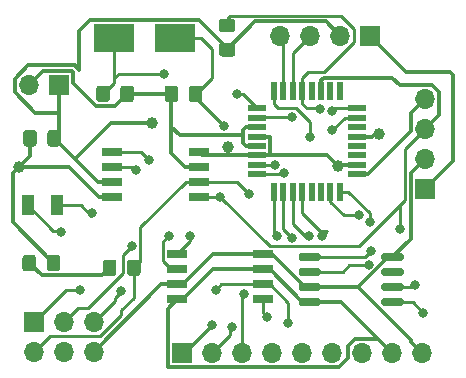
<source format=gtl>
%TF.GenerationSoftware,KiCad,Pcbnew,(5.1.9)-1*%
%TF.CreationDate,2021-04-22T14:42:39+05:30*%
%TF.ProjectId,arduinoclone,61726475-696e-46f6-936c-6f6e652e6b69,v1*%
%TF.SameCoordinates,Original*%
%TF.FileFunction,Copper,L1,Top*%
%TF.FilePolarity,Positive*%
%FSLAX46Y46*%
G04 Gerber Fmt 4.6, Leading zero omitted, Abs format (unit mm)*
G04 Created by KiCad (PCBNEW (5.1.9)-1) date 2021-04-22 14:42:39*
%MOMM*%
%LPD*%
G01*
G04 APERTURE LIST*
%TA.AperFunction,ComponentPad*%
%ADD10R,1.700000X1.700000*%
%TD*%
%TA.AperFunction,ComponentPad*%
%ADD11O,1.700000X1.700000*%
%TD*%
%TA.AperFunction,SMDPad,CuDef*%
%ADD12R,1.700000X0.650000*%
%TD*%
%TA.AperFunction,SMDPad,CuDef*%
%ADD13R,1.000000X1.800000*%
%TD*%
%TA.AperFunction,SMDPad,CuDef*%
%ADD14R,3.500000X2.400000*%
%TD*%
%TA.AperFunction,SMDPad,CuDef*%
%ADD15R,1.600000X0.550000*%
%TD*%
%TA.AperFunction,SMDPad,CuDef*%
%ADD16R,0.550000X1.600000*%
%TD*%
%TA.AperFunction,ViaPad*%
%ADD17C,1.000000*%
%TD*%
%TA.AperFunction,ViaPad*%
%ADD18C,0.800000*%
%TD*%
%TA.AperFunction,Conductor*%
%ADD19C,0.300000*%
%TD*%
%TA.AperFunction,Conductor*%
%ADD20C,0.250000*%
%TD*%
G04 APERTURE END LIST*
%TO.P,U1,1*%
%TO.N,Net-(U1-Pad1)*%
%TA.AperFunction,SMDPad,CuDef*%
G36*
G01*
X145059600Y-97940000D02*
X145059600Y-97640000D01*
G75*
G02*
X145209600Y-97490000I150000J0D01*
G01*
X146809600Y-97490000D01*
G75*
G02*
X146959600Y-97640000I0J-150000D01*
G01*
X146959600Y-97940000D01*
G75*
G02*
X146809600Y-98090000I-150000J0D01*
G01*
X145209600Y-98090000D01*
G75*
G02*
X145059600Y-97940000I0J150000D01*
G01*
G37*
%TD.AperFunction*%
%TO.P,U1,2*%
%TO.N,Net-(U1-Pad2)*%
%TA.AperFunction,SMDPad,CuDef*%
G36*
G01*
X145059600Y-99210000D02*
X145059600Y-98910000D01*
G75*
G02*
X145209600Y-98760000I150000J0D01*
G01*
X146809600Y-98760000D01*
G75*
G02*
X146959600Y-98910000I0J-150000D01*
G01*
X146959600Y-99210000D01*
G75*
G02*
X146809600Y-99360000I-150000J0D01*
G01*
X145209600Y-99360000D01*
G75*
G02*
X145059600Y-99210000I0J150000D01*
G01*
G37*
%TD.AperFunction*%
%TO.P,U1,3*%
%TO.N,/VCC*%
%TA.AperFunction,SMDPad,CuDef*%
G36*
G01*
X145059600Y-100480000D02*
X145059600Y-100180000D01*
G75*
G02*
X145209600Y-100030000I150000J0D01*
G01*
X146809600Y-100030000D01*
G75*
G02*
X146959600Y-100180000I0J-150000D01*
G01*
X146959600Y-100480000D01*
G75*
G02*
X146809600Y-100630000I-150000J0D01*
G01*
X145209600Y-100630000D01*
G75*
G02*
X145059600Y-100480000I0J150000D01*
G01*
G37*
%TD.AperFunction*%
%TO.P,U1,4*%
%TO.N,GNDPWR*%
%TA.AperFunction,SMDPad,CuDef*%
G36*
G01*
X145059600Y-101750000D02*
X145059600Y-101450000D01*
G75*
G02*
X145209600Y-101300000I150000J0D01*
G01*
X146809600Y-101300000D01*
G75*
G02*
X146959600Y-101450000I0J-150000D01*
G01*
X146959600Y-101750000D01*
G75*
G02*
X146809600Y-101900000I-150000J0D01*
G01*
X145209600Y-101900000D01*
G75*
G02*
X145059600Y-101750000I0J150000D01*
G01*
G37*
%TD.AperFunction*%
%TO.P,U1,5*%
%TO.N,/SDA*%
%TA.AperFunction,SMDPad,CuDef*%
G36*
G01*
X152059600Y-101750000D02*
X152059600Y-101450000D01*
G75*
G02*
X152209600Y-101300000I150000J0D01*
G01*
X153809600Y-101300000D01*
G75*
G02*
X153959600Y-101450000I0J-150000D01*
G01*
X153959600Y-101750000D01*
G75*
G02*
X153809600Y-101900000I-150000J0D01*
G01*
X152209600Y-101900000D01*
G75*
G02*
X152059600Y-101750000I0J150000D01*
G01*
G37*
%TD.AperFunction*%
%TO.P,U1,6*%
%TO.N,/SCK*%
%TA.AperFunction,SMDPad,CuDef*%
G36*
G01*
X152059600Y-100480000D02*
X152059600Y-100180000D01*
G75*
G02*
X152209600Y-100030000I150000J0D01*
G01*
X153809600Y-100030000D01*
G75*
G02*
X153959600Y-100180000I0J-150000D01*
G01*
X153959600Y-100480000D01*
G75*
G02*
X153809600Y-100630000I-150000J0D01*
G01*
X152209600Y-100630000D01*
G75*
G02*
X152059600Y-100480000I0J150000D01*
G01*
G37*
%TD.AperFunction*%
%TO.P,U1,7*%
%TO.N,Net-(U1-Pad7)*%
%TA.AperFunction,SMDPad,CuDef*%
G36*
G01*
X152059600Y-99210000D02*
X152059600Y-98910000D01*
G75*
G02*
X152209600Y-98760000I150000J0D01*
G01*
X153809600Y-98760000D01*
G75*
G02*
X153959600Y-98910000I0J-150000D01*
G01*
X153959600Y-99210000D01*
G75*
G02*
X153809600Y-99360000I-150000J0D01*
G01*
X152209600Y-99360000D01*
G75*
G02*
X152059600Y-99210000I0J150000D01*
G01*
G37*
%TD.AperFunction*%
%TO.P,U1,8*%
%TO.N,/VCC*%
%TA.AperFunction,SMDPad,CuDef*%
G36*
G01*
X152059600Y-97940000D02*
X152059600Y-97640000D01*
G75*
G02*
X152209600Y-97490000I150000J0D01*
G01*
X153809600Y-97490000D01*
G75*
G02*
X153959600Y-97640000I0J-150000D01*
G01*
X153959600Y-97940000D01*
G75*
G02*
X153809600Y-98090000I-150000J0D01*
G01*
X152209600Y-98090000D01*
G75*
G02*
X152059600Y-97940000I0J150000D01*
G01*
G37*
%TD.AperFunction*%
%TD*%
D10*
%TO.P,BT1,1*%
%TO.N,/VCC*%
X124764800Y-83261200D03*
D11*
%TO.P,BT1,2*%
%TO.N,GNDPWR*%
X122224800Y-83261200D03*
%TD*%
%TO.P,C1,2*%
%TO.N,GNDPWR*%
%TA.AperFunction,SMDPad,CuDef*%
G36*
G01*
X129981000Y-84422401D02*
X129981000Y-83522399D01*
G75*
G02*
X130230999Y-83272400I249999J0D01*
G01*
X130881001Y-83272400D01*
G75*
G02*
X131131000Y-83522399I0J-249999D01*
G01*
X131131000Y-84422401D01*
G75*
G02*
X130881001Y-84672400I-249999J0D01*
G01*
X130230999Y-84672400D01*
G75*
G02*
X129981000Y-84422401I0J249999D01*
G01*
G37*
%TD.AperFunction*%
%TO.P,C1,1*%
%TO.N,Net-(C1-Pad1)*%
%TA.AperFunction,SMDPad,CuDef*%
G36*
G01*
X127931000Y-84422401D02*
X127931000Y-83522399D01*
G75*
G02*
X128180999Y-83272400I249999J0D01*
G01*
X128831001Y-83272400D01*
G75*
G02*
X129081000Y-83522399I0J-249999D01*
G01*
X129081000Y-84422401D01*
G75*
G02*
X128831001Y-84672400I-249999J0D01*
G01*
X128180999Y-84672400D01*
G75*
G02*
X127931000Y-84422401I0J249999D01*
G01*
G37*
%TD.AperFunction*%
%TD*%
%TO.P,C2,1*%
%TO.N,Net-(C2-Pad1)*%
%TA.AperFunction,SMDPad,CuDef*%
G36*
G01*
X136922200Y-83522399D02*
X136922200Y-84422401D01*
G75*
G02*
X136672201Y-84672400I-249999J0D01*
G01*
X136022199Y-84672400D01*
G75*
G02*
X135772200Y-84422401I0J249999D01*
G01*
X135772200Y-83522399D01*
G75*
G02*
X136022199Y-83272400I249999J0D01*
G01*
X136672201Y-83272400D01*
G75*
G02*
X136922200Y-83522399I0J-249999D01*
G01*
G37*
%TD.AperFunction*%
%TO.P,C2,2*%
%TO.N,GNDPWR*%
%TA.AperFunction,SMDPad,CuDef*%
G36*
G01*
X134872200Y-83522399D02*
X134872200Y-84422401D01*
G75*
G02*
X134622201Y-84672400I-249999J0D01*
G01*
X133972199Y-84672400D01*
G75*
G02*
X133722200Y-84422401I0J249999D01*
G01*
X133722200Y-83522399D01*
G75*
G02*
X133972199Y-83272400I249999J0D01*
G01*
X134622201Y-83272400D01*
G75*
G02*
X134872200Y-83522399I0J-249999D01*
G01*
G37*
%TD.AperFunction*%
%TD*%
%TO.P,C3,1*%
%TO.N,/VCC*%
%TA.AperFunction,SMDPad,CuDef*%
G36*
G01*
X124942400Y-87281599D02*
X124942400Y-88181601D01*
G75*
G02*
X124692401Y-88431600I-249999J0D01*
G01*
X124042399Y-88431600D01*
G75*
G02*
X123792400Y-88181601I0J249999D01*
G01*
X123792400Y-87281599D01*
G75*
G02*
X124042399Y-87031600I249999J0D01*
G01*
X124692401Y-87031600D01*
G75*
G02*
X124942400Y-87281599I0J-249999D01*
G01*
G37*
%TD.AperFunction*%
%TO.P,C3,2*%
%TO.N,GNDPWR*%
%TA.AperFunction,SMDPad,CuDef*%
G36*
G01*
X122892400Y-87281599D02*
X122892400Y-88181601D01*
G75*
G02*
X122642401Y-88431600I-249999J0D01*
G01*
X121992399Y-88431600D01*
G75*
G02*
X121742400Y-88181601I0J249999D01*
G01*
X121742400Y-87281599D01*
G75*
G02*
X121992399Y-87031600I249999J0D01*
G01*
X122642401Y-87031600D01*
G75*
G02*
X122892400Y-87281599I0J-249999D01*
G01*
G37*
%TD.AperFunction*%
%TD*%
%TO.P,D1,1*%
%TO.N,Net-(D1-Pad1)*%
%TA.AperFunction,SMDPad,CuDef*%
G36*
G01*
X128489800Y-99154401D02*
X128489800Y-98254399D01*
G75*
G02*
X128739799Y-98004400I249999J0D01*
G01*
X129389801Y-98004400D01*
G75*
G02*
X129639800Y-98254399I0J-249999D01*
G01*
X129639800Y-99154401D01*
G75*
G02*
X129389801Y-99404400I-249999J0D01*
G01*
X128739799Y-99404400D01*
G75*
G02*
X128489800Y-99154401I0J249999D01*
G01*
G37*
%TD.AperFunction*%
%TO.P,D1,2*%
%TO.N,/SCK*%
%TA.AperFunction,SMDPad,CuDef*%
G36*
G01*
X130539800Y-99154401D02*
X130539800Y-98254399D01*
G75*
G02*
X130789799Y-98004400I249999J0D01*
G01*
X131439801Y-98004400D01*
G75*
G02*
X131689800Y-98254399I0J-249999D01*
G01*
X131689800Y-99154401D01*
G75*
G02*
X131439801Y-99404400I-249999J0D01*
G01*
X130789799Y-99404400D01*
G75*
G02*
X130539800Y-99154401I0J249999D01*
G01*
G37*
%TD.AperFunction*%
%TD*%
D10*
%TO.P,J1,1*%
%TO.N,/MISO*%
X122631200Y-103276400D03*
D11*
%TO.P,J1,2*%
%TO.N,/SCK*%
X122631200Y-105816400D03*
%TO.P,J1,3*%
%TO.N,/RESET*%
X125171200Y-103276400D03*
%TO.P,J1,4*%
%TO.N,GNDPWR*%
X125171200Y-105816400D03*
%TO.P,J1,5*%
%TO.N,/MOSI*%
X127711200Y-103276400D03*
%TO.P,J1,6*%
%TO.N,/VCC*%
X127711200Y-105816400D03*
%TD*%
D10*
%TO.P,J2,1*%
%TO.N,/D2*%
X135178800Y-105918000D03*
D11*
%TO.P,J2,2*%
%TO.N,/D3*%
X137718800Y-105918000D03*
%TO.P,J2,3*%
%TO.N,/D4*%
X140258800Y-105918000D03*
%TO.P,J2,4*%
%TO.N,/D5*%
X142798800Y-105918000D03*
%TO.P,J2,5*%
%TO.N,/D6*%
X145338800Y-105918000D03*
%TO.P,J2,6*%
%TO.N,/D7*%
X147878800Y-105918000D03*
%TO.P,J2,7*%
%TO.N,/D8*%
X150418800Y-105918000D03*
%TO.P,J2,8*%
%TO.N,GNDPWR*%
X152958800Y-105918000D03*
%TO.P,J2,9*%
%TO.N,/VCC*%
X155498800Y-105918000D03*
%TD*%
%TO.P,J3,4*%
%TO.N,/TX*%
X143510000Y-79044800D03*
%TO.P,J3,3*%
%TO.N,/RX*%
X146050000Y-79044800D03*
%TO.P,J3,2*%
%TO.N,/VCC*%
X148590000Y-79044800D03*
D10*
%TO.P,J3,1*%
%TO.N,GNDPWR*%
X151130000Y-79044800D03*
%TD*%
%TO.P,J4,1*%
%TO.N,GNDPWR*%
X155752800Y-92049600D03*
D11*
%TO.P,J4,2*%
%TO.N,/VCC*%
X155752800Y-89509600D03*
%TO.P,J4,3*%
%TO.N,/SDA*%
X155752800Y-86969600D03*
%TO.P,J4,4*%
%TO.N,/SCK*%
X155752800Y-84429600D03*
%TD*%
%TO.P,R1,1*%
%TO.N,Net-(D1-Pad1)*%
%TA.AperFunction,SMDPad,CuDef*%
G36*
G01*
X121682600Y-98748001D02*
X121682600Y-97847999D01*
G75*
G02*
X121932599Y-97598000I249999J0D01*
G01*
X122582601Y-97598000D01*
G75*
G02*
X122832600Y-97847999I0J-249999D01*
G01*
X122832600Y-98748001D01*
G75*
G02*
X122582601Y-98998000I-249999J0D01*
G01*
X121932599Y-98998000D01*
G75*
G02*
X121682600Y-98748001I0J249999D01*
G01*
G37*
%TD.AperFunction*%
%TO.P,R1,2*%
%TO.N,GNDPWR*%
%TA.AperFunction,SMDPad,CuDef*%
G36*
G01*
X123732600Y-98748001D02*
X123732600Y-97847999D01*
G75*
G02*
X123982599Y-97598000I249999J0D01*
G01*
X124632601Y-97598000D01*
G75*
G02*
X124882600Y-97847999I0J-249999D01*
G01*
X124882600Y-98748001D01*
G75*
G02*
X124632601Y-98998000I-249999J0D01*
G01*
X123982599Y-98998000D01*
G75*
G02*
X123732600Y-98748001I0J249999D01*
G01*
G37*
%TD.AperFunction*%
%TD*%
%TO.P,R2,2*%
%TO.N,/VCC*%
%TA.AperFunction,SMDPad,CuDef*%
G36*
G01*
X138564199Y-79663600D02*
X139464201Y-79663600D01*
G75*
G02*
X139714200Y-79913599I0J-249999D01*
G01*
X139714200Y-80563601D01*
G75*
G02*
X139464201Y-80813600I-249999J0D01*
G01*
X138564199Y-80813600D01*
G75*
G02*
X138314200Y-80563601I0J249999D01*
G01*
X138314200Y-79913599D01*
G75*
G02*
X138564199Y-79663600I249999J0D01*
G01*
G37*
%TD.AperFunction*%
%TO.P,R2,1*%
%TO.N,/RESET*%
%TA.AperFunction,SMDPad,CuDef*%
G36*
G01*
X138564199Y-77613600D02*
X139464201Y-77613600D01*
G75*
G02*
X139714200Y-77863599I0J-249999D01*
G01*
X139714200Y-78513601D01*
G75*
G02*
X139464201Y-78763600I-249999J0D01*
G01*
X138564199Y-78763600D01*
G75*
G02*
X138314200Y-78513601I0J249999D01*
G01*
X138314200Y-77863599D01*
G75*
G02*
X138564199Y-77613600I249999J0D01*
G01*
G37*
%TD.AperFunction*%
%TD*%
D12*
%TO.P,U2,8*%
%TO.N,/VCC*%
X136593600Y-88874600D03*
%TO.P,U2,7*%
%TO.N,GNDPWR*%
X136593600Y-90144600D03*
%TO.P,U2,6*%
%TO.N,/SCK*%
X136593600Y-91414600D03*
%TO.P,U2,5*%
%TO.N,/SDA*%
X136593600Y-92684600D03*
%TO.P,U2,4*%
%TO.N,GNDPWR*%
X129293600Y-92684600D03*
%TO.P,U2,3*%
%TO.N,/VCC*%
X129293600Y-91414600D03*
%TO.P,U2,2*%
%TO.N,/ADDS2*%
X129293600Y-90144600D03*
%TO.P,U2,1*%
%TO.N,/ADDS1*%
X129293600Y-88874600D03*
%TD*%
%TO.P,U3,1*%
%TO.N,/ADDS1*%
X134780000Y-97561400D03*
%TO.P,U3,2*%
%TO.N,/ADDS2*%
X134780000Y-98831400D03*
%TO.P,U3,3*%
%TO.N,/VCC*%
X134780000Y-100101400D03*
%TO.P,U3,4*%
%TO.N,GNDPWR*%
X134780000Y-101371400D03*
%TO.P,U3,5*%
%TO.N,/SDA*%
X142080000Y-101371400D03*
%TO.P,U3,6*%
%TO.N,/SCK*%
X142080000Y-100101400D03*
%TO.P,U3,7*%
%TO.N,GNDPWR*%
X142080000Y-98831400D03*
%TO.P,U3,8*%
%TO.N,/VCC*%
X142080000Y-97561400D03*
%TD*%
D13*
%TO.P,Y1,1*%
%TO.N,Net-(U1-Pad2)*%
X122143200Y-93421200D03*
%TO.P,Y1,2*%
%TO.N,Net-(U1-Pad1)*%
X124643200Y-93421200D03*
%TD*%
D14*
%TO.P,Y2,1*%
%TO.N,Net-(C2-Pad1)*%
X134620000Y-79248000D03*
%TO.P,Y2,2*%
%TO.N,Net-(C1-Pad1)*%
X129420000Y-79248000D03*
%TD*%
D15*
%TO.P,U4,1*%
%TO.N,/D3*%
X141512400Y-85192000D03*
%TO.P,U4,2*%
%TO.N,/D4*%
X141512400Y-85992000D03*
%TO.P,U4,3*%
%TO.N,GNDPWR*%
X141512400Y-86792000D03*
%TO.P,U4,4*%
%TO.N,/VCC*%
X141512400Y-87592000D03*
%TO.P,U4,5*%
%TO.N,GNDPWR*%
X141512400Y-88392000D03*
%TO.P,U4,6*%
%TO.N,/VCC*%
X141512400Y-89192000D03*
%TO.P,U4,7*%
%TO.N,Net-(C1-Pad1)*%
X141512400Y-89992000D03*
%TO.P,U4,8*%
%TO.N,Net-(C2-Pad1)*%
X141512400Y-90792000D03*
D16*
%TO.P,U4,9*%
%TO.N,/D5*%
X142962400Y-92242000D03*
%TO.P,U4,10*%
%TO.N,/D6*%
X143762400Y-92242000D03*
%TO.P,U4,11*%
%TO.N,/D7*%
X144562400Y-92242000D03*
%TO.P,U4,12*%
%TO.N,/D8*%
X145362400Y-92242000D03*
%TO.P,U4,13*%
%TO.N,Net-(U4-Pad13)*%
X146162400Y-92242000D03*
%TO.P,U4,14*%
%TO.N,Net-(U4-Pad14)*%
X146962400Y-92242000D03*
%TO.P,U4,15*%
%TO.N,/MOSI*%
X147762400Y-92242000D03*
%TO.P,U4,16*%
%TO.N,/MISO*%
X148562400Y-92242000D03*
D15*
%TO.P,U4,17*%
%TO.N,/SCK*%
X150012400Y-90792000D03*
%TO.P,U4,18*%
%TO.N,/VCC*%
X150012400Y-89992000D03*
%TO.P,U4,19*%
%TO.N,Net-(U4-Pad19)*%
X150012400Y-89192000D03*
%TO.P,U4,20*%
%TO.N,/VCC*%
X150012400Y-88392000D03*
%TO.P,U4,21*%
%TO.N,GNDPWR*%
X150012400Y-87592000D03*
%TO.P,U4,22*%
%TO.N,Net-(U4-Pad22)*%
X150012400Y-86792000D03*
%TO.P,U4,23*%
%TO.N,/ADDS1*%
X150012400Y-85992000D03*
%TO.P,U4,24*%
%TO.N,/ADDS2*%
X150012400Y-85192000D03*
D16*
%TO.P,U4,25*%
%TO.N,Net-(U4-Pad25)*%
X148562400Y-83742000D03*
%TO.P,U4,26*%
%TO.N,Net-(U4-Pad26)*%
X147762400Y-83742000D03*
%TO.P,U4,27*%
%TO.N,/SDA*%
X146962400Y-83742000D03*
%TO.P,U4,28*%
%TO.N,Net-(U4-Pad28)*%
X146162400Y-83742000D03*
%TO.P,U4,29*%
%TO.N,/RESET*%
X145362400Y-83742000D03*
%TO.P,U4,30*%
%TO.N,/RX*%
X144562400Y-83742000D03*
%TO.P,U4,31*%
%TO.N,/TX*%
X143762400Y-83742000D03*
%TO.P,U4,32*%
%TO.N,/D2*%
X142962400Y-83742000D03*
%TD*%
D17*
%TO.N,/VCC*%
X148361400Y-90043000D03*
X132613400Y-86410800D03*
X139065000Y-88442800D03*
%TO.N,GNDPWR*%
X151892000Y-87376000D03*
X121374801Y-90158201D03*
D18*
%TO.N,Net-(C1-Pad1)*%
X133687200Y-82252200D03*
X143078200Y-89966800D03*
%TO.N,Net-(C2-Pad1)*%
X138785600Y-86725601D03*
X143799034Y-90659910D03*
%TO.N,/SCK*%
X154914600Y-100152200D03*
X144145000Y-103352600D03*
X138049000Y-100558600D03*
X140868400Y-92456000D03*
%TO.N,/MISO*%
X151104600Y-94843600D03*
X126542800Y-100558600D03*
%TO.N,/RESET*%
X146862800Y-85293200D03*
X130941409Y-96875600D03*
%TO.N,/MOSI*%
X130048000Y-100685600D03*
X150190200Y-94234000D03*
%TO.N,/D2*%
X145999200Y-87630000D03*
X137769600Y-103530400D03*
%TO.N,/D3*%
X139446000Y-103733600D03*
X139890001Y-84010001D03*
%TO.N,/D4*%
X140411200Y-100888800D03*
X144526000Y-85902800D03*
%TO.N,/D5*%
X143230600Y-95986600D03*
%TO.N,/D6*%
X144526000Y-96139000D03*
%TO.N,/D7*%
X145948400Y-95968599D03*
%TO.N,/D8*%
X147040600Y-95968599D03*
%TO.N,/SDA*%
X142417800Y-102895400D03*
X155639600Y-102495401D03*
X138430000Y-92684600D03*
X153619200Y-95453200D03*
%TO.N,Net-(U1-Pad1)*%
X127558800Y-94081600D03*
X151180800Y-97282000D03*
%TO.N,Net-(U1-Pad2)*%
X124917200Y-95707200D03*
X151028400Y-98501200D03*
%TO.N,/ADDS2*%
X131318000Y-90424000D03*
X134061200Y-95968599D03*
X147878800Y-85394800D03*
%TO.N,/ADDS1*%
X132435600Y-89611200D03*
X135890000Y-95968599D03*
X147878800Y-87071200D03*
%TD*%
D19*
%TO.N,/VCC*%
X124764800Y-87334200D02*
X124367400Y-87731600D01*
X133426200Y-100101400D02*
X134780000Y-100101400D01*
X127711200Y-105816400D02*
X133426200Y-100101400D01*
X154552799Y-90709601D02*
X155752800Y-89509600D01*
X155498800Y-105918000D02*
X154552799Y-104971999D01*
X150012400Y-89992000D02*
X148589800Y-89992000D01*
X148412400Y-89992000D02*
X148361400Y-90043000D01*
X148589800Y-89992000D02*
X148412400Y-89992000D01*
X129293600Y-91414600D02*
X128050400Y-91414600D01*
X136911000Y-89192000D02*
X136593600Y-88874600D01*
X148361400Y-90043000D02*
X147510400Y-89192000D01*
X142853876Y-97561400D02*
X142080000Y-97561400D01*
X145622476Y-100330000D02*
X142853876Y-97561400D01*
X146009600Y-100330000D02*
X145622476Y-100330000D01*
X152622476Y-97790000D02*
X153009600Y-97790000D01*
X150082476Y-100330000D02*
X152622476Y-97790000D01*
X146009600Y-100330000D02*
X150082476Y-100330000D01*
X135315002Y-100101400D02*
X134780000Y-100101400D01*
X137855002Y-97561400D02*
X135315002Y-100101400D01*
X142080000Y-97561400D02*
X137855002Y-97561400D01*
X141408001Y-77844799D02*
X139014200Y-80238600D01*
X147389999Y-77844799D02*
X141408001Y-77844799D01*
X148590000Y-79044800D02*
X147389999Y-77844799D01*
X142684600Y-87664200D02*
X142684600Y-89192000D01*
X142612400Y-87592000D02*
X142684600Y-87664200D01*
X141512400Y-87592000D02*
X142612400Y-87592000D01*
X142684600Y-89192000D02*
X141512400Y-89192000D01*
X147510400Y-89192000D02*
X142684600Y-89192000D01*
X122785598Y-85598000D02*
X124764800Y-85598000D01*
X121024799Y-83837201D02*
X122785598Y-85598000D01*
X126101911Y-81561189D02*
X122148809Y-81561189D01*
X126464811Y-81924089D02*
X126101911Y-81561189D01*
X121024799Y-82685199D02*
X121024799Y-83837201D01*
X136650001Y-77697999D02*
X127389999Y-77697999D01*
X122148809Y-81561189D02*
X121024799Y-82685199D01*
X139014200Y-80238600D02*
X139014200Y-80062198D01*
X127389999Y-77697999D02*
X126464811Y-78623187D01*
X124764800Y-85598000D02*
X124764800Y-87334200D01*
X126464811Y-78623187D02*
X126464811Y-81924089D01*
X139014200Y-80062198D02*
X136650001Y-77697999D01*
X124764800Y-83261200D02*
X124764800Y-85598000D01*
X126128200Y-89492400D02*
X129209800Y-86410800D01*
X128050400Y-91414600D02*
X126128200Y-89492400D01*
X126128200Y-89492400D02*
X124367400Y-87731600D01*
X129209800Y-86410800D02*
X132613400Y-86410800D01*
X139103000Y-88480800D02*
X139065000Y-88442800D01*
X139103000Y-89192000D02*
X139103000Y-88480800D01*
X141512400Y-89192000D02*
X139103000Y-89192000D01*
X139103000Y-89192000D02*
X136911000Y-89192000D01*
X154552799Y-96246801D02*
X153009600Y-97790000D01*
X154552799Y-90709601D02*
X154552799Y-96246801D01*
X154552799Y-104800323D02*
X150082476Y-100330000D01*
X154552799Y-104971999D02*
X154552799Y-104800323D01*
%TO.N,GNDPWR*%
X151130000Y-79044800D02*
X154178000Y-82092800D01*
X154178000Y-82092800D02*
X157886400Y-82092800D01*
X157886400Y-82092800D02*
X158165800Y-82372200D01*
X158165800Y-89636600D02*
X155752800Y-92049600D01*
X158165800Y-82372200D02*
X158165800Y-89636600D01*
X150012400Y-87592000D02*
X151320400Y-87592000D01*
X151320400Y-87592000D02*
X151511000Y-87401400D01*
X151536400Y-87376000D02*
X151892000Y-87376000D01*
X151511000Y-87401400D02*
X151536400Y-87376000D01*
X122317400Y-89215602D02*
X121374801Y-90158201D01*
X122317400Y-87731600D02*
X122317400Y-89215602D01*
X120874802Y-90658200D02*
X121374801Y-90158201D01*
X120874802Y-94865202D02*
X120874802Y-90658200D01*
X124307600Y-98298000D02*
X120874802Y-94865202D01*
X125617201Y-90158201D02*
X121374801Y-90158201D01*
X128143600Y-92684600D02*
X125617201Y-90158201D01*
X129293600Y-92684600D02*
X128143600Y-92684600D01*
X134297200Y-83972400D02*
X130556000Y-83972400D01*
X123424801Y-82061199D02*
X122224800Y-83261200D01*
X125894801Y-82061199D02*
X123424801Y-82061199D01*
X125964801Y-82131199D02*
X125894801Y-82061199D01*
X125964801Y-83054747D02*
X125964801Y-82131199D01*
X127932464Y-85022410D02*
X125964801Y-83054747D01*
X129505990Y-85022410D02*
X127932464Y-85022410D01*
X130556000Y-83972400D02*
X129505990Y-85022410D01*
X135443600Y-90144600D02*
X134297200Y-88998200D01*
X136593600Y-90144600D02*
X135443600Y-90144600D01*
X140607398Y-88392000D02*
X141512400Y-88392000D01*
X140362399Y-88147001D02*
X140607398Y-88392000D01*
X140607398Y-86792000D02*
X140362399Y-87036999D01*
X141512400Y-86792000D02*
X140607398Y-86792000D01*
X134988401Y-87475601D02*
X134297200Y-86784400D01*
X140362399Y-87475601D02*
X134988401Y-87475601D01*
X134297200Y-86784400D02*
X134297200Y-83972400D01*
X140362399Y-87036999D02*
X140362399Y-87475601D01*
X134297200Y-88998200D02*
X134297200Y-86784400D01*
X140362399Y-87475601D02*
X140362399Y-88147001D01*
X142615002Y-98831400D02*
X142080000Y-98831400D01*
X145383602Y-101600000D02*
X142615002Y-98831400D01*
X146009600Y-101600000D02*
X145383602Y-101600000D01*
X135315002Y-101371400D02*
X134780000Y-101371400D01*
X137855002Y-98831400D02*
X135315002Y-101371400D01*
X142080000Y-98831400D02*
X137855002Y-98831400D01*
X148640800Y-101600000D02*
X146009600Y-101600000D01*
X152958800Y-105918000D02*
X148640800Y-101600000D01*
X149842799Y-104717999D02*
X151758799Y-104717999D01*
X149218799Y-105341999D02*
X149842799Y-104717999D01*
X149218799Y-106354003D02*
X149218799Y-105341999D01*
X148454801Y-107118001D02*
X149218799Y-106354003D01*
X151758799Y-104717999D02*
X152958800Y-105918000D01*
X134048799Y-107118001D02*
X148454801Y-107118001D01*
X133978799Y-107048001D02*
X134048799Y-107118001D01*
X133978799Y-102172601D02*
X133978799Y-107048001D01*
X134780000Y-101371400D02*
X133978799Y-102172601D01*
D20*
%TO.N,Net-(C1-Pad1)*%
X129420000Y-83058400D02*
X128506000Y-83972400D01*
X129837800Y-82252200D02*
X129420000Y-82670000D01*
X133687200Y-82252200D02*
X129837800Y-82252200D01*
X129420000Y-82670000D02*
X129420000Y-83058400D01*
X129420000Y-79248000D02*
X129420000Y-82670000D01*
X141537600Y-89966800D02*
X141512400Y-89992000D01*
X143078200Y-89966800D02*
X141537600Y-89966800D01*
%TO.N,Net-(C2-Pad1)*%
X134620000Y-79248000D02*
X136804400Y-79248000D01*
X136804400Y-79248000D02*
X137718800Y-80162400D01*
X137718800Y-82600800D02*
X136347200Y-83972400D01*
X137718800Y-80162400D02*
X137718800Y-82600800D01*
X136347200Y-83972400D02*
X136347200Y-84328000D01*
X138744801Y-86725601D02*
X138785600Y-86725601D01*
X136347200Y-84328000D02*
X138744801Y-86725601D01*
X143666944Y-90792000D02*
X141512400Y-90792000D01*
X143799034Y-90659910D02*
X143666944Y-90792000D01*
D19*
%TO.N,Net-(D1-Pad1)*%
X128421190Y-99348010D02*
X129064800Y-98704400D01*
X123307610Y-99348010D02*
X128421190Y-99348010D01*
X122257600Y-98298000D02*
X123307610Y-99348010D01*
%TO.N,/SCK*%
X154552799Y-85629601D02*
X155752800Y-84429600D01*
X154552799Y-87156603D02*
X154552799Y-85629601D01*
X150917402Y-90792000D02*
X154552799Y-87156603D01*
X150012400Y-90792000D02*
X150917402Y-90792000D01*
D20*
X128275201Y-104451401D02*
X130048000Y-102678602D01*
X123996199Y-104451401D02*
X128275201Y-104451401D01*
X122631200Y-105816400D02*
X123996199Y-104451401D01*
X130048000Y-102678602D02*
X130048000Y-102285800D01*
X131114800Y-101219000D02*
X131114800Y-98704400D01*
X130048000Y-102285800D02*
X131114800Y-101219000D01*
X135493600Y-91414600D02*
X136593600Y-91414600D01*
X131666409Y-95241791D02*
X135493600Y-91414600D01*
X131666409Y-98152791D02*
X131666409Y-95241791D01*
X131114800Y-98704400D02*
X131666409Y-98152791D01*
X153009600Y-100330000D02*
X154736800Y-100330000D01*
X154736800Y-100330000D02*
X154914600Y-100152200D01*
X142605000Y-100101400D02*
X144145000Y-101641400D01*
X142080000Y-100101400D02*
X142605000Y-100101400D01*
X144145000Y-101641400D02*
X144145000Y-103352600D01*
X142080000Y-100101400D02*
X138506200Y-100101400D01*
X138023600Y-100584000D02*
X138049000Y-100558600D01*
X138506200Y-100101400D02*
X138049000Y-100558600D01*
X139827000Y-91414600D02*
X136593600Y-91414600D01*
X140868400Y-92456000D02*
X139827000Y-91414600D01*
%TO.N,/MISO*%
X122631200Y-103276400D02*
X125349000Y-100558600D01*
X125349000Y-100558600D02*
X126542800Y-100558600D01*
X149271202Y-92242000D02*
X151104600Y-94075398D01*
X148562400Y-92242000D02*
X149271202Y-92242000D01*
X151104600Y-94075398D02*
X151104600Y-94843600D01*
%TO.N,/RESET*%
X145362400Y-82628000D02*
X145362400Y-83742000D01*
X145873411Y-82116989D02*
X145362400Y-82628000D01*
X147256813Y-82116989D02*
X145873411Y-82116989D01*
X149765001Y-78480799D02*
X149765001Y-79608801D01*
X149765001Y-79608801D02*
X147256813Y-82116989D01*
X148653991Y-77369789D02*
X149765001Y-78480799D01*
X139258011Y-77369789D02*
X148653991Y-77369789D01*
X139014200Y-77613600D02*
X139258011Y-77369789D01*
X139014200Y-78188600D02*
X139014200Y-77613600D01*
X145362400Y-84792000D02*
X145762000Y-85191600D01*
X145362400Y-83742000D02*
X145362400Y-84792000D01*
X145762000Y-85191600D02*
X146812000Y-85191600D01*
X146812000Y-85242400D02*
X146862800Y-85293200D01*
X146812000Y-85191600D02*
X146812000Y-85242400D01*
X130214790Y-97602219D02*
X130941409Y-96875600D01*
X127255991Y-102101399D02*
X130214790Y-99142600D01*
X130214790Y-99142600D02*
X130214790Y-97602219D01*
X126346201Y-102101399D02*
X127255991Y-102101399D01*
X125171200Y-103276400D02*
X126346201Y-102101399D01*
%TO.N,/MOSI*%
X127711200Y-103276400D02*
X129489200Y-101498400D01*
X129489200Y-101269800D02*
X130048000Y-100711000D01*
X129489200Y-101498400D02*
X129489200Y-101269800D01*
X130048000Y-100711000D02*
X130048000Y-100685600D01*
X147762400Y-93102002D02*
X147762400Y-92242000D01*
X148894398Y-94234000D02*
X147762400Y-93102002D01*
X150190200Y-94234000D02*
X148894398Y-94234000D01*
%TO.N,/D2*%
X142962400Y-84792000D02*
X142962400Y-83742000D01*
X143348199Y-85177799D02*
X142962400Y-84792000D01*
X144874001Y-85177799D02*
X143348199Y-85177799D01*
X146050000Y-86353798D02*
X144874001Y-85177799D01*
X146050000Y-87579200D02*
X146050000Y-86353798D01*
X146050000Y-87579200D02*
X145999200Y-87630000D01*
X135382000Y-105918000D02*
X135178800Y-105918000D01*
X137769600Y-103530400D02*
X135382000Y-105918000D01*
%TO.N,/D3*%
X137718800Y-105918000D02*
X139242800Y-104394000D01*
X139242800Y-104394000D02*
X139242800Y-103835200D01*
X139344400Y-103835200D02*
X139446000Y-103733600D01*
X139242800Y-103835200D02*
X139344400Y-103835200D01*
X140330401Y-84010001D02*
X141512400Y-85192000D01*
X139890001Y-84010001D02*
X140330401Y-84010001D01*
%TO.N,/D4*%
X140258800Y-105918000D02*
X140258800Y-101041200D01*
X140258800Y-101041200D02*
X140411200Y-100888800D01*
X141605600Y-85902800D02*
X144526000Y-85902800D01*
X141516400Y-85992000D02*
X141605600Y-85902800D01*
X141512400Y-85992000D02*
X141516400Y-85992000D01*
%TO.N,/D5*%
X142962400Y-92242000D02*
X142962400Y-95718400D01*
X142962400Y-95718400D02*
X143230600Y-95986600D01*
%TO.N,/D6*%
X143762400Y-95375400D02*
X143762400Y-92242000D01*
X144526000Y-96139000D02*
X143762400Y-95375400D01*
%TO.N,/D7*%
X144562400Y-92242000D02*
X144562400Y-94956200D01*
X144562400Y-94956200D02*
X145389600Y-95783400D01*
X145574799Y-95968599D02*
X145948400Y-95968599D01*
X145389600Y-95783400D02*
X145574799Y-95968599D01*
%TO.N,/D8*%
X145362400Y-92242000D02*
X145362400Y-94079800D01*
X145362400Y-94079800D02*
X146862800Y-95580200D01*
X147428999Y-95580200D02*
X147040600Y-95968599D01*
X146862800Y-95580200D02*
X147428999Y-95580200D01*
%TO.N,/TX*%
X143762400Y-79297200D02*
X143762400Y-83742000D01*
X143510000Y-79044800D02*
X143762400Y-79297200D01*
%TO.N,/RX*%
X144562400Y-80532400D02*
X144562400Y-83742000D01*
X146050000Y-79044800D02*
X144562400Y-80532400D01*
D19*
%TO.N,/SDA*%
X146962400Y-82836998D02*
X146962400Y-83742000D01*
X147207399Y-82591999D02*
X146962400Y-82836998D01*
X153013201Y-82591999D02*
X147207399Y-82591999D01*
X153650801Y-83229599D02*
X153013201Y-82591999D01*
X156328801Y-83229599D02*
X153650801Y-83229599D01*
X156952801Y-83853599D02*
X156328801Y-83229599D01*
X156952801Y-85769599D02*
X156952801Y-83853599D01*
X155752800Y-86969600D02*
X156952801Y-85769599D01*
D20*
X142080000Y-101371400D02*
X142080000Y-102557600D01*
X142080000Y-102557600D02*
X142417800Y-102895400D01*
X154744199Y-101600000D02*
X155639600Y-102495401D01*
X153009600Y-101600000D02*
X154744199Y-101600000D01*
X136593600Y-92684600D02*
X138430000Y-92684600D01*
X142609401Y-96864001D02*
X149670601Y-96864001D01*
X138430000Y-92684600D02*
X142609401Y-96864001D01*
X154077789Y-92943413D02*
X154077789Y-88644611D01*
X154077789Y-88644611D02*
X155752800Y-86969600D01*
X149670601Y-96864001D02*
X150157201Y-96864001D01*
X153619200Y-93402002D02*
X153889001Y-93132201D01*
X153619200Y-95453200D02*
X153619200Y-93402002D01*
X153889001Y-93132201D02*
X154077789Y-92943413D01*
X150157201Y-96864001D02*
X153889001Y-93132201D01*
%TO.N,Net-(U1-Pad1)*%
X124643200Y-93421200D02*
X126644400Y-93421200D01*
X126644400Y-93421200D02*
X127508000Y-94284800D01*
X127558800Y-94234000D02*
X127558800Y-94081600D01*
X127508000Y-94284800D02*
X127558800Y-94234000D01*
X146009600Y-97790000D02*
X150672800Y-97790000D01*
X150672800Y-97790000D02*
X151180800Y-97282000D01*
%TO.N,Net-(U1-Pad2)*%
X122143200Y-93421200D02*
X124276800Y-95554800D01*
X124276800Y-95554800D02*
X125171200Y-95554800D01*
X125069600Y-95554800D02*
X124917200Y-95707200D01*
X125171200Y-95554800D02*
X125069600Y-95554800D01*
X148793200Y-99060000D02*
X146009600Y-99060000D01*
X149352000Y-98501200D02*
X148793200Y-99060000D01*
X151028400Y-98501200D02*
X149352000Y-98501200D01*
%TO.N,/ADDS2*%
X129293600Y-90144600D02*
X131038600Y-90144600D01*
X131038600Y-90144600D02*
X131318000Y-90424000D01*
X134289998Y-98831400D02*
X134780000Y-98831400D01*
X133604999Y-98146401D02*
X134289998Y-98831400D01*
X133604999Y-96424800D02*
X133604999Y-98146401D01*
X134061200Y-95968599D02*
X133604999Y-96424800D01*
X148081600Y-85192000D02*
X150012400Y-85192000D01*
X147878800Y-85394800D02*
X148081600Y-85192000D01*
%TO.N,/ADDS1*%
X129293600Y-88874600D02*
X131699000Y-88874600D01*
X131699000Y-88874600D02*
X132435600Y-89611200D01*
X135890000Y-96451400D02*
X134780000Y-97561400D01*
X135890000Y-95968599D02*
X135890000Y-96451400D01*
X148958000Y-85992000D02*
X150012400Y-85992000D01*
X147878800Y-87071200D02*
X148958000Y-85992000D01*
%TD*%
M02*

</source>
